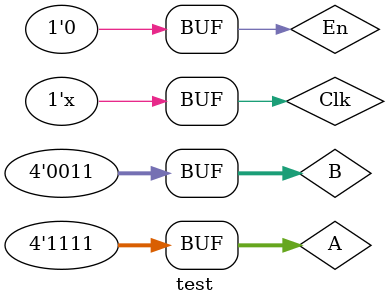
<source format=v>
`timescale 1ns / 1ps


module test;

	// Inputs
	reg [0:3] A;
	reg [0:3] B;
	reg Clk;
	reg En;

	// Outputs
	wire [0:3] Sum;
	wire Overflow;

	// Instantiate the Unit Under Test (UUT)
	adder uut (
		.A(A), 
		.B(B), 
		.Clk(Clk), 
		.En(En), 
		.Sum(Sum), 
		.Overflow(Overflow)
	);

	initial begin
		// Initialize Inputs
		A = 4'b1111;
		B = 4'b0011;
		Clk=0;
		En=0;
	end
    always #10 Clk=~Clk;
endmodule

</source>
